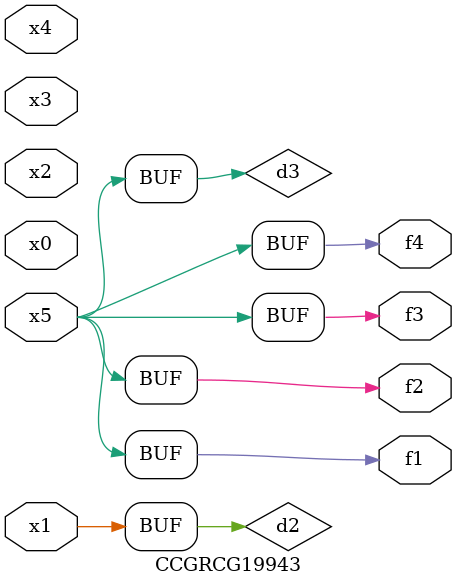
<source format=v>
module CCGRCG19943(
	input x0, x1, x2, x3, x4, x5,
	output f1, f2, f3, f4
);

	wire d1, d2, d3;

	not (d1, x5);
	or (d2, x1);
	xnor (d3, d1);
	assign f1 = d3;
	assign f2 = d3;
	assign f3 = d3;
	assign f4 = d3;
endmodule

</source>
